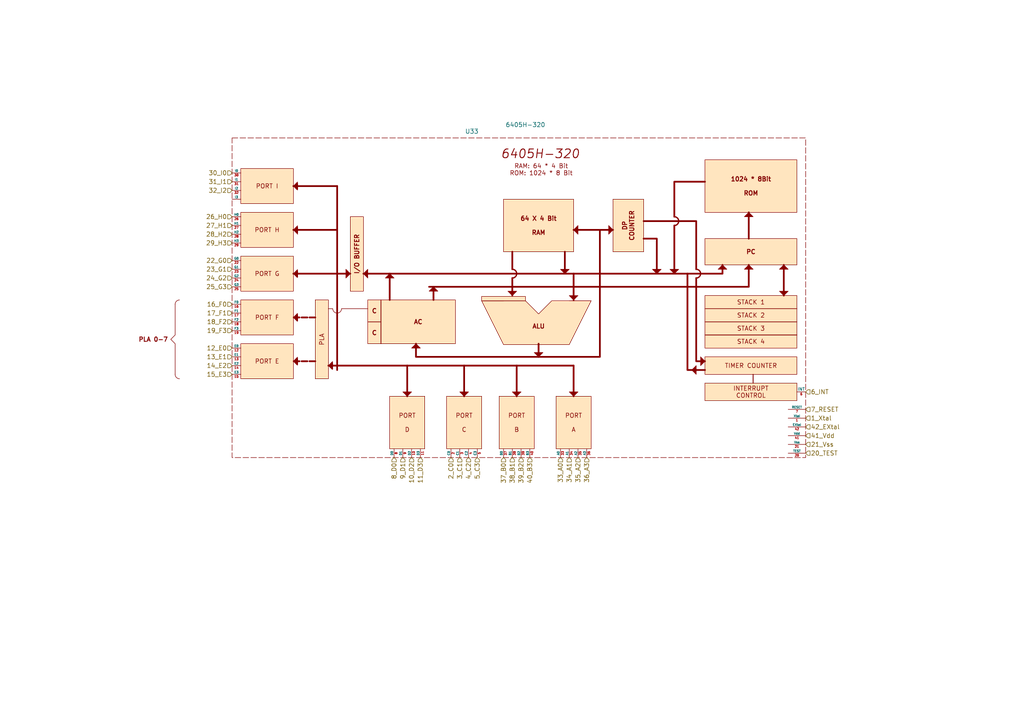
<source format=kicad_sch>
(kicad_sch (version 20250114) (generator "eeschema") (generator_version "9.0")
  (paper "A4")
  (lib_symbols
    (symbol "_TEAC_X2000R:IC_6405H-320" (pin_names (offset 0))
      (property "Reference" "U" (at 0 0 0))
      (symbol "IC_6405H-320_0_1"
        (polyline (pts (xy -101.6 -52.07) (xy -101.6 -60.96) (xy -102.87 -62.23) (xy -101.6 -63.5) (xy -101.6 -72.39)))
        (arc (start -101.6 -52.07) (mid -101.228 -51.172) (end -100.33 -50.8))
        (arc (start -100.33 -73.66) (mid -101.228 -73.288) (end -101.6 -72.39))
        (polyline (pts (xy -67.31 -30.48) (xy -66.04 -31.75)))
      )
      (symbol "IC_6405H-320_1_1"
        (rectangle (start -85.09 -3.81) (end 81.28 -96.52) (stroke (width 0) (type dash)))
        (polyline (pts (xy -67.31 -17.78) (xy -66.04 -16.51) (xy -66.04 -19.05) (xy -67.31 -17.78)) (fill (type outline)))
        (polyline (pts (xy -67.31 -30.48) (xy -66.04 -29.21) (xy -66.04 -31.75)) (fill (type outline)))
        (polyline (pts (xy -67.31 -43.18) (xy -66.04 -41.91) (xy -66.04 -44.45) (xy -67.31 -43.18)) (fill (type outline)))
        (polyline (pts (xy -67.31 -55.88) (xy -66.04 -54.61) (xy -66.04 -57.15) (xy -67.31 -55.88)) (fill (type outline)))
        (polyline (pts (xy -67.31 -68.58) (xy -66.04 -67.31) (xy -66.04 -69.85) (xy -67.31 -68.58)) (fill (type outline)))
        (polyline (pts (xy -60.96 -55.88) (xy -67.31 -55.88)) (stroke (width 0.508)))
        (polyline (pts (xy -60.96 -68.58) (xy -67.31 -68.58)) (stroke (width 0.508)))
        (polyline (pts (xy -57.15 -69.85) (xy -55.88 -68.58) (xy -55.88 -71.12) (xy -57.15 -69.85)) (fill (type outline)))
        (polyline (pts (xy -55.88 -53.34) (xy -57.15 -53.34)))
        (arc (start -53.34 -53.34) (mid -53.712 -54.238) (end -54.61 -54.61))
        (polyline (pts (xy -54.61 -17.78) (xy -67.31 -17.78)) (stroke (width 0.508)))
        (polyline (pts (xy -54.61 -17.78) (xy -54.61 -71.12)) (stroke (width 0.508)))
        (polyline (pts (xy -54.61 -30.48) (xy -67.31 -30.48)) (stroke (width 0.508)))
        (polyline (pts (xy -54.61 -43.18) (xy -67.31 -43.18)) (stroke (width 0.508)))
        (polyline (pts (xy -54.61 -43.18) (xy -50.8 -43.18)) (stroke (width 0.508)))
        (polyline (pts (xy -54.61 -69.85) (xy -57.15 -69.85)) (stroke (width 0.508)))
        (polyline (pts (xy -54.61 -69.85) (xy 13.97 -69.85)) (stroke (width 0.508)))
        (arc (start -54.61 -54.61) (mid -55.508 -54.238) (end -55.88 -53.34))
        (polyline (pts (xy -52.07 -41.91) (xy -50.8 -43.18) (xy -52.07 -44.45) (xy -52.07 -41.91)) (fill (type outline)))
        (polyline (pts (xy -46.99 -43.18) (xy -45.72 -41.91) (xy -45.72 -44.45) (xy -46.99 -43.18)) (fill (type outline)))
        (polyline (pts (xy -45.72 -53.34) (xy -53.34 -53.34)))
        (polyline (pts (xy -39.37 -43.18) (xy -40.64 -44.45) (xy -38.1 -44.45) (xy -39.37 -43.18)) (fill (type outline)))
        (polyline (pts (xy -39.37 -50.8) (xy -39.37 -43.18)) (stroke (width 0.508)))
        (polyline (pts (xy -34.29 -69.85) (xy -34.29 -78.74)) (stroke (width 0.508)))
        (polyline (pts (xy -34.29 -78.74) (xy -35.56 -77.47) (xy -33.02 -77.47) (xy -34.29 -78.74)) (fill (type outline)))
        (polyline (pts (xy -31.75 -63.5) (xy -33.02 -64.77) (xy -30.48 -64.77) (xy -31.75 -63.5)) (fill (type outline)))
        (polyline (pts (xy -31.75 -63.5) (xy -31.75 -67.31) (xy 21.59 -67.31) (xy 21.59 -30.48) (xy 13.97 -30.48) (xy 25.4 -30.48)) (stroke (width 0.508)))
        (polyline (pts (xy -27.94 -46.99) (xy 64.77 -46.99) (xy 64.77 -40.64)) (stroke (width 0.508)))
        (polyline (pts (xy -26.67 -46.99) (xy -26.67 -50.8)) (stroke (width 0.508)))
        (polyline (pts (xy -26.67 -46.99) (xy -27.94 -48.26) (xy -25.4 -48.26) (xy -26.67 -46.99)) (fill (type outline)))
        (polyline (pts (xy -17.78 -69.85) (xy -17.78 -78.74)) (stroke (width 0.508)))
        (polyline (pts (xy -17.78 -78.74) (xy -19.05 -77.47) (xy -16.51 -77.47) (xy -17.78 -78.74)) (fill (type outline)))
        (rectangle (start -12.7 -49.784) (end 0 -51.054) (fill (type color) (color 255 229 191 1)))
        (polyline (pts (xy -6.35 -51.054) (xy -12.7 -51.054)))
        (polyline (pts (xy -6.35 -63.754) (xy 12.7 -63.754) (xy 19.05 -51.054) (xy 7.62 -51.054) (xy 3.81 -54.864) (xy 0 -51.054) (xy -12.7 -51.054) (xy -6.35 -63.754)) (fill (type color) (color 255 229 191 1)))
        (arc (start -2.54 -43.18) (mid -2.912 -44.078) (end -3.81 -44.45) (stroke (width 0.381)))
        (arc (start -3.81 -41.91) (mid -2.912 -42.282) (end -2.54 -43.18) (stroke (width 0.381)))
        (polyline (pts (xy -3.81 -36.83) (xy -3.81 -41.91)) (stroke (width 0.508)))
        (polyline (pts (xy -3.81 -44.45) (xy -3.81 -49.53)) (stroke (width 0.508)) (fill (type outline)))
        (circle (center -3.81 -45.72) (radius 0.0001))
        (circle (center -3.81 -46.99) (radius 0.0001))
        (polyline (pts (xy -3.81 -49.53) (xy -5.08 -48.26) (xy -2.54 -48.26) (xy -3.81 -49.53)) (fill (type outline)))
        (polyline (pts (xy -2.54 -69.85) (xy -2.54 -78.74)) (stroke (width 0.508)))
        (polyline (pts (xy -2.54 -78.74) (xy -2.54 -78.74)))
        (polyline (pts (xy -2.54 -78.74) (xy -3.81 -77.47) (xy -1.27 -77.47) (xy -2.54 -78.74)) (fill (type outline)))
        (polyline (pts (xy 3.81 -63.5) (xy 3.81 -67.31)) (stroke (width 0.508)))
        (polyline (pts (xy 3.81 -67.31) (xy 2.54 -66.04) (xy 5.08 -66.04) (xy 3.81 -67.31)) (fill (type outline)))
        (polyline (pts (xy 11.43 -36.83) (xy 11.43 -43.18)) (stroke (width 0.508)))
        (polyline (pts (xy 11.43 -43.18) (xy 12.7 -41.91) (xy 10.16 -41.91) (xy 11.43 -43.18)) (fill (type outline)))
        (polyline (pts (xy 12.7 -51.054) (xy 19.05 -51.054)))
        (polyline (pts (xy 13.97 -30.48) (xy 15.24 -29.21) (xy 15.24 -31.75) (xy 13.97 -30.48)) (fill (type outline)))
        (polyline (pts (xy 13.97 -43.18) (xy 13.97 -50.8)) (stroke (width 0.508)))
        (polyline (pts (xy 13.97 -50.8) (xy 12.7 -49.53) (xy 15.24 -49.53) (xy 13.97 -50.8)) (fill (type outline)))
        (polyline (pts (xy 13.97 -69.85) (xy 13.97 -78.74)) (stroke (width 0.508)))
        (polyline (pts (xy 13.97 -78.74) (xy 12.7 -77.47) (xy 15.24 -77.47) (xy 13.97 -78.74)) (fill (type outline)))
        (polyline (pts (xy 25.4 -30.48) (xy 24.13 -29.21) (xy 24.13 -31.75) (xy 25.4 -30.48)) (fill (type outline)))
        (polyline (pts (xy 34.29 -27.94) (xy 49.53 -27.94) (xy 49.53 -41.91)) (stroke (width 0.508)))
        (polyline (pts (xy 34.29 -33.02) (xy 38.1 -33.02) (xy 38.1 -43.18)) (stroke (width 0.508)))
        (polyline (pts (xy 38.1 -43.18) (xy 36.83 -41.91) (xy 39.37 -41.91) (xy 38.1 -43.18)) (fill (type outline)))
        (arc (start 43.18 -26.67) (mid 44.078 -27.042) (end 44.45 -27.94) (stroke (width 0.381)))
        (arc (start 44.45 -27.94) (mid 44.078 -28.838) (end 43.18 -29.21) (stroke (width 0.381)))
        (polyline (pts (xy 43.18 -29.21) (xy 43.18 -43.18)) (stroke (width 0.508)) (fill (type outline)))
        (polyline (pts (xy 43.18 -35.56) (xy 43.18 -35.56)))
        (polyline (pts (xy 43.18 -43.18) (xy 41.91 -41.91) (xy 44.45 -41.91) (xy 43.18 -43.18)) (fill (type outline)))
        (polyline (pts (xy 46.99 -43.18) (xy 46.99 -71.12) (xy 52.07 -71.12)) (stroke (width 0.508)))
        (polyline (pts (xy 48.26 -71.12) (xy 49.53 -69.85) (xy 49.53 -72.39) (xy 48.26 -71.12)) (fill (type outline)))
        (arc (start 49.53 -41.91) (mid 50.428 -42.282) (end 50.8 -43.18) (stroke (width 0.381)))
        (arc (start 50.8 -43.18) (mid 50.428 -44.078) (end 49.53 -44.45) (stroke (width 0.381)))
        (polyline (pts (xy 49.53 -44.45) (xy 49.53 -68.58) (xy 52.07 -68.58)) (stroke (width 0.508)))
        (polyline (pts (xy 50.8 -67.31) (xy 52.07 -68.58) (xy 50.8 -69.85) (xy 50.8 -67.31)) (fill (type outline)))
        (polyline (pts (xy 52.07 -16.51) (xy 43.18 -16.51) (xy 43.18 -26.67)) (stroke (width 0.508)))
        (polyline (pts (xy 57.15 -40.64) (xy 57.15 -43.18) (xy -46.99 -43.18)) (stroke (width 0.508)))
        (polyline (pts (xy 57.15 -40.64) (xy 55.88 -41.91) (xy 58.42 -41.91) (xy 57.15 -40.64)) (fill (type outline)))
        (polyline (pts (xy 64.77 -25.4) (xy 63.5 -26.67) (xy 66.04 -26.67) (xy 64.77 -25.4)) (fill (type outline)))
        (polyline (pts (xy 64.77 -33.02) (xy 64.77 -25.4)) (stroke (width 0.508)))
        (polyline (pts (xy 64.77 -40.64) (xy 63.5 -41.91) (xy 66.04 -41.91) (xy 64.77 -40.64)) (fill (type outline)))
        (polyline (pts (xy 66.04 -72.39) (xy 66.04 -74.93)) (stroke (width 0.254)))
        (polyline (pts (xy 74.93 -40.64) (xy 73.66 -41.91) (xy 76.2 -41.91) (xy 74.93 -40.64)) (fill (type outline)))
        (polyline (pts (xy 74.93 -49.53) (xy 74.93 -40.64)) (stroke (width 0.508)))
        (polyline (pts (xy 74.93 -49.53) (xy 76.2 -48.26) (xy 73.66 -48.26) (xy 74.93 -49.53)) (fill (type outline)))
        (text "PLA 0-7" (at -107.95 -62.23 0) (effects (font (size 1.27 1.27) (thickness 0.254) (bold yes))))
        (text "ALU" (at 3.81 -58.42 0) (effects (font (size 1.27 1.27) (thickness 0.254) (bold yes))))
        (text "6405H-320" (at 4.318 -8.382 0) (effects (font (size 2.54 2.54) (thickness 0.254) (bold yes) (italic yes))))
        (text "RAM: 64 * 4 Bit\nROM: 1024 * 8 Bit" (at 4.572 -12.954 0) (effects (font (size 1.27 1.27))))
        (text_box "PORT I" (at -82.55 -12.7 0) (size 15.24 -10.16) (margins 1.016 1.016 1.016 1.016) (fill (type color) (color 255 229 191 1)) (effects (font (size 1.27 1.27))))
        (text_box "PORT H\n" (at -82.55 -25.4 0) (size 15.24 -10.16) (margins 1.016 1.016 1.016 1.016) (fill (type color) (color 255 229 191 1)) (effects (font (size 1.27 1.27))))
        (text_box "PORT G" (at -82.55 -38.1 0) (size 15.24 -10.16) (margins 1.016 1.016 1.016 1.016) (fill (type color) (color 255 229 191 1)) (effects (font (size 1.27 1.27))))
        (text_box "PORT F" (at -82.55 -50.8 0) (size 15.24 -10.16) (margins 1.016 1.016 1.016 1.016) (fill (type color) (color 255 229 191 1)) (effects (font (size 1.27 1.27))))
        (text_box "PORT E" (at -82.55 -63.5 0) (size 15.24 -10.16) (margins 1.016 1.016 1.016 1.016) (fill (type color) (color 255 229 191 1)) (effects (font (size 1.27 1.27))))
        (text_box "PLA" (at -60.96 -50.8 90) (size 3.81 -22.86) (margins 1.016 1.016 1.016 1.016) (fill (type color) (color 255 229 191 1)) (effects (font (size 1.27 1.27))))
        (text_box "I/O BUFFER" (at -50.8 -26.67 90) (size 3.81 -21.59) (margins 1.016 1.016 1.016 1.016) (fill (type color) (color 255 229 191 1)) (effects (font (size 1.27 1.27) (thickness 0.254) (bold yes))))
        (text_box "C" (at -45.72 -50.8 0) (size 3.81 -6.35) (margins 1.016 1.016 1.016 1.016) (fill (type color) (color 255 229 191 1)) (effects (font (size 1.27 1.27) (thickness 0.254) (bold yes))))
        (text_box "C" (at -45.72 -57.15 0) (size 3.81 -6.35) (margins 1.016 1.016 1.016 1.016) (fill (type color) (color 255 229 191 1)) (effects (font (size 1.27 1.27) (thickness 0.254) (bold yes))))
        (text_box "AC" (at -41.91 -50.8 0) (size 21.59 -12.7) (margins 1.016 1.016 1.016 1.016) (fill (type color) (color 255 229 191 1)) (effects (font (size 1.27 1.27) (thickness 0.254) (bold yes))))
        (text_box "PORT \n\nD\n" (at -39.37 -78.74 0) (size 10.16 -15.24) (margins 1.016 1.016 1.016 1.016) (fill (type color) (color 255 229 191 1)) (effects (font (size 1.27 1.27))))
        (text_box "PORT\n\nC" (at -22.86 -78.74 0) (size 10.16 -15.24) (margins 1.016 1.016 1.016 1.016) (fill (type color) (color 255 229 191 1)) (effects (font (size 1.27 1.27))))
        (text_box "PORT\n\nB" (at -7.62 -78.74 0) (size 10.16 -15.24) (margins 1.016 1.016 1.016 1.016) (fill (type color) (color 255 229 191 1)) (effects (font (size 1.27 1.27))))
        (text_box "64 X 4 Bit\n\nRAM" (at -6.35 -21.59 0) (size 20.32 -15.24) (margins 1.016 1.016 1.016 1.016) (fill (type color) (color 255 229 191 1)) (effects (font (size 1.27 1.27) (thickness 0.254) (bold yes))))
        (text_box "PORT\n\nA" (at 8.89 -78.74 0) (size 10.16 -15.24) (margins 1.016 1.016 1.016 1.016) (fill (type color) (color 255 229 191 1)) (effects (font (size 1.27 1.27))))
        (text_box "DP\nCOUNTER" (at 25.4 -21.59 90) (size 8.89 -15.24) (margins 1.016 1.016 1.016 1.016) (fill (type color) (color 255 229 191 1)) (effects (font (size 1.27 1.27) (thickness 0.254) (bold yes))))
        (text_box "1024 * 8Bit\n\nROM" (at 52.07 -10.16 0) (size 26.67 -15.24) (margins 1.016 1.016 1.016 1.016) (fill (type color) (color 255 229 191 1)) (effects (font (size 1.27 1.27) (thickness 0.254) (bold yes))))
        (text_box "PC" (at 52.07 -33.02 0) (size 26.67 -7.62) (margins 1.016 1.016 1.016 1.016) (fill (type color) (color 255 229 191 1)) (effects (font (size 1.27 1.27) (thickness 0.254) (bold yes))))
        (text_box "STACK 1" (at 52.07 -49.53 0) (size 26.67 -3.81) (margins 1.016 1.016 1.016 1.016) (fill (type color) (color 255 229 191 1)) (effects (font (size 1.27 1.27))))
        (text_box "STACK 2" (at 52.07 -53.34 0) (size 26.67 -3.81) (margins 1.016 1.016 1.016 1.016) (fill (type color) (color 255 229 191 1)) (effects (font (size 1.27 1.27))))
        (text_box "STACK 3\n" (at 52.07 -57.15 0) (size 26.67 -3.81) (margins 1.016 1.016 1.016 1.016) (fill (type color) (color 255 229 191 1)) (effects (font (size 1.27 1.27))))
        (text_box "STACK 4\n" (at 52.07 -60.96 0) (size 26.67 -3.81) (margins 1.016 1.016 1.016 1.016) (fill (type color) (color 255 229 191 1)) (effects (font (size 1.27 1.27))))
        (text_box "TIMER COUNTER" (at 52.07 -67.31 0) (size 26.67 -5.08) (margins 1.016 1.016 1.016 1.016) (fill (type color) (color 255 229 191 1)) (effects (font (size 1.27 1.27))))
        (text_box "INTERRUPT\nCONTROL" (at 52.07 -74.93 0) (size 26.67 -5.08) (margins 1.016 1.016 1.016 1.016) (fill (type color) (color 255 229 191 1)) (effects (font (size 1.27 1.27))))
        (pin bidirectional line (at -85.09 -13.97 0) (length 2.54) (name "I0") (number "30"))
        (pin bidirectional line (at -85.09 -16.51 0) (length 2.54) (name "I1") (number "31"))
        (pin bidirectional line (at -85.09 -19.05 0) (length 2.54) (name "I2") (number "32"))
        (pin bidirectional line (at -85.09 -21.59 0) (length 2.54) (name "I3") (number ""))
        (pin bidirectional line (at -85.09 -26.67 0) (length 2.54) (name "H0") (number "26"))
        (pin bidirectional line (at -85.09 -29.21 0) (length 2.54) (name "H1") (number "27"))
        (pin bidirectional line (at -85.09 -31.75 0) (length 2.54) (name "H2") (number "28"))
        (pin bidirectional line (at -85.09 -34.29 0) (length 2.54) (name "H3") (number "29"))
        (pin bidirectional line (at -85.09 -39.37 0) (length 2.54) (name "G0") (number "22"))
        (pin bidirectional line (at -85.09 -41.91 0) (length 2.54) (name "G1") (number "23"))
        (pin bidirectional line (at -85.09 -44.45 0) (length 2.54) (name "G2") (number "24"))
        (pin bidirectional line (at -85.09 -46.99 0) (length 2.54) (name "G3") (number "25"))
        (pin bidirectional line (at -85.09 -52.07 0) (length 2.54) (name "F0") (number "16"))
        (pin bidirectional line (at -85.09 -54.61 0) (length 2.54) (name "F1") (number "17"))
        (pin bidirectional line (at -85.09 -57.15 0) (length 2.54) (name "F2") (number "18"))
        (pin bidirectional line (at -85.09 -59.69 0) (length 2.54) (name "F3") (number "19"))
        (pin bidirectional line (at -85.09 -64.77 0) (length 2.54) (name "E0") (number "12"))
        (pin bidirectional line (at -85.09 -67.31 0) (length 2.54) (name "E1") (number "13"))
        (pin bidirectional line (at -85.09 -69.85 0) (length 2.54) (name "E2") (number "14"))
        (pin bidirectional line (at -85.09 -72.39 0) (length 2.54) (name "E3") (number "15"))
        (pin bidirectional line (at -38.1 -96.52 90) (length 2.54) (name "D0") (number "8"))
        (pin bidirectional line (at -35.56 -96.52 90) (length 2.54) (name "D1") (number "9"))
        (pin bidirectional line (at -33.02 -96.52 90) (length 2.54) (name "D2") (number "10"))
        (pin bidirectional line (at -30.48 -96.52 90) (length 2.54) (name "D3") (number "11"))
        (pin bidirectional line (at -21.59 -96.52 90) (length 2.54) (name "C0") (number "2"))
        (pin bidirectional line (at -19.05 -96.52 90) (length 2.54) (name "C1") (number "3"))
        (pin bidirectional line (at -16.51 -96.52 90) (length 2.54) (name "C2") (number "4"))
        (pin bidirectional line (at -13.97 -96.52 90) (length 2.54) (name "C3") (number "5"))
        (pin input line (at -6.35 -96.52 90) (length 2.54) (name "B0") (number "37"))
        (pin bidirectional line (at -3.81 -96.52 90) (length 2.54) (name "B1") (number "38"))
        (pin bidirectional line (at -1.27 -96.52 90) (length 2.54) (name "B2") (number "39"))
        (pin bidirectional line (at 1.27 -96.52 90) (length 2.54) (name "B3") (number "40"))
        (pin bidirectional line (at 10.16 -96.52 90) (length 2.54) (name "A0") (number "33"))
        (pin bidirectional line (at 12.7 -96.52 90) (length 2.54) (name "A1") (number "34"))
        (pin bidirectional line (at 15.24 -96.52 90) (length 2.54) (name "A2") (number "35"))
        (pin bidirectional line (at 17.78 -96.52 90) (length 2.54) (name "A3") (number "36"))
        (pin input line (at 81.28 -77.47 180) (length 2.54) (name "INT") (number "6"))
        (pin input line (at 81.28 -82.55 180) (length 5.08) (name "RESET") (number "7"))
        (pin input line (at 81.28 -85.09 180) (length 5.08) (name "Xtal") (number "1"))
        (pin input line (at 81.28 -87.63 180) (length 5.08) (name "EXtal") (number "42"))
        (pin input line (at 81.28 -90.17 180) (length 5.08) (name "Vdd") (number "41"))
        (pin input line (at 81.28 -92.71 180) (length 5.08) (name "Vss") (number "21"))
        (pin input line (at 81.28 -95.25 180) (length 5.08) (name "TEST") (number "20"))
      )
    )
  )
  (hierarchical_label "16_F0" (shape input) (at 67.31 88.265 180))
  (hierarchical_label "17_F1" (shape input) (at 67.31 90.805 180))
  (hierarchical_label "18_F2" (shape input) (at 67.31 93.345 180))
  (hierarchical_label "19_F3" (shape input) (at 67.31 95.885 180))
  (hierarchical_label "2_C0" (shape input) (at 130.81 132.715 270))
  (hierarchical_label "8_D0" (shape input) (at 114.3 132.715 270))
  (hierarchical_label "9_D1" (shape input) (at 116.84 132.715 270))
  (hierarchical_label "10_D2" (shape input) (at 119.38 132.715 270))
  (hierarchical_label "11_D3" (shape input) (at 121.92 132.715 270))
  (hierarchical_label "12_E0" (shape input) (at 67.31 100.965 180))
  (hierarchical_label "13_E1" (shape input) (at 67.31 103.505 180))
  (hierarchical_label "14_E2" (shape input) (at 67.31 106.045 180))
  (hierarchical_label "15_E3" (shape input) (at 67.31 108.585 180))
  (hierarchical_label "1_Xtal" (shape input) (at 233.68 121.285 0))
  (hierarchical_label "6_INT" (shape input) (at 233.68 113.665 0))
  (hierarchical_label "7_RESET" (shape input) (at 233.68 118.745 0))
  (hierarchical_label "20_TEST" (shape input) (at 233.68 131.445 0))
  (hierarchical_label "21_Vss" (shape input) (at 233.68 128.905 0))
  (hierarchical_label "41_Vdd" (shape input) (at 233.68 126.365 0))
  (hierarchical_label "42_EXtal" (shape input) (at 233.68 123.825 0))
  (hierarchical_label "22_G0" (shape input) (at 67.31 75.565 180))
  (hierarchical_label "23_G1" (shape input) (at 67.31 78.105 180))
  (hierarchical_label "24_G2" (shape input) (at 67.31 80.645 180))
  (hierarchical_label "25_G3" (shape input) (at 67.31 83.185 180))
  (hierarchical_label "32_I2" (shape input) (at 67.31 55.245 180))
  (hierarchical_label "26_H0" (shape input) (at 67.31 62.865 180))
  (hierarchical_label "27_H1" (shape input) (at 67.31 65.405 180))
  (hierarchical_label "28_H2" (shape input) (at 67.31 67.945 180))
  (hierarchical_label "29_H3" (shape input) (at 67.31 70.485 180))
  (hierarchical_label "30_I0" (shape input) (at 67.31 50.165 180))
  (hierarchical_label "31_I1" (shape input) (at 67.31 52.705 180))
  (hierarchical_label "3_C1" (shape input) (at 133.35 132.715 270))
  (hierarchical_label "4_C2" (shape input) (at 135.89 132.715 270))
  (hierarchical_label "5_C3" (shape input) (at 138.43 132.715 270))
  (hierarchical_label "37_B0" (shape input) (at 146.05 132.715 270))
  (hierarchical_label "38_B1" (shape input) (at 148.59 132.715 270))
  (hierarchical_label "39_B2" (shape input) (at 151.13 132.715 270))
  (hierarchical_label "40_B3" (shape input) (at 153.67 132.715 270))
  (hierarchical_label "33_A0" (shape input) (at 162.56 132.715 270))
  (hierarchical_label "34_A1" (shape input) (at 165.1 132.715 270))
  (hierarchical_label "35_A2" (shape input) (at 167.64 132.715 270))
  (hierarchical_label "36_A3" (shape input) (at 170.18 132.715 270))
  (symbol (lib_id "_TEAC_X2000R:IC_6405H-320") (at 152.4 36.195 0) (unit 1)
    (property "Reference" "U33" (at 136.8516 38.1 0))
    (property "Value" "6405H-320" (at 152.4 36.195 0))
  )
)
</source>
